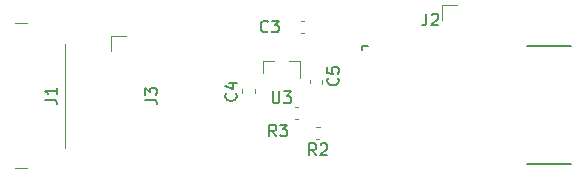
<source format=gto>
G04 #@! TF.GenerationSoftware,KiCad,Pcbnew,(5.0.1)-3*
G04 #@! TF.CreationDate,2018-12-01T20:49:26+09:00*
G04 #@! TF.ProjectId,comet46,636F6D657434362E6B696361645F7063,rev?*
G04 #@! TF.SameCoordinates,PX2faf080PY2faf080*
G04 #@! TF.FileFunction,Legend,Top*
G04 #@! TF.FilePolarity,Positive*
%FSLAX46Y46*%
G04 Gerber Fmt 4.6, Leading zero omitted, Abs format (unit mm)*
G04 Created by KiCad (PCBNEW (5.0.1)-3) date 2018/12/01 20:49:26*
%MOMM*%
%LPD*%
G01*
G04 APERTURE LIST*
%ADD10C,0.120000*%
%ADD11C,0.150000*%
%ADD12R,2.100000X2.100000*%
%ADD13O,2.100000X2.100000*%
%ADD14C,2.100000*%
%ADD15R,1.200000X1.300000*%
%ADD16R,2.000000X0.800000*%
%ADD17R,0.800000X2.000000*%
%ADD18C,0.100000*%
%ADD19C,1.350000*%
%ADD20C,1.930000*%
%ADD21C,2.330000*%
%ADD22O,3.900000X2.600000*%
%ADD23C,1.400000*%
%ADD24C,0.900000*%
G04 APERTURE END LIST*
D10*
G04 #@! TO.C,J2*
X36210000Y-330000D02*
X36210000Y-1600000D01*
X36210000Y-330000D02*
X37480000Y-330000D01*
G04 #@! TO.C,U3*
X24180000Y-5040000D02*
X24180000Y-6500000D01*
X21020000Y-5040000D02*
X21020000Y-7200000D01*
X21020000Y-5040000D02*
X21950000Y-5040000D01*
X24180000Y-5040000D02*
X23250000Y-5040000D01*
D11*
G04 #@! TO.C,U1*
X29900000Y-3800000D02*
X29400000Y-3800000D01*
X47100000Y-3800000D02*
X43400000Y-3800000D01*
X29400000Y-3800000D02*
X29400000Y-4100000D01*
X43400000Y-13800000D02*
X47100000Y-13800000D01*
D10*
G04 #@! TO.C,R2*
X25528733Y-11710000D02*
X25871267Y-11710000D01*
X25528733Y-10690000D02*
X25871267Y-10690000D01*
G04 #@! TO.C,C3*
X24228733Y-1690000D02*
X24571267Y-1690000D01*
X24228733Y-2710000D02*
X24571267Y-2710000D01*
G04 #@! TO.C,C4*
X19290000Y-7821267D02*
X19290000Y-7478733D01*
X20310000Y-7821267D02*
X20310000Y-7478733D01*
G04 #@! TO.C,C5*
X24990000Y-7021267D02*
X24990000Y-6678733D01*
X26010000Y-7021267D02*
X26010000Y-6678733D01*
G04 #@! TO.C,J3*
X8130000Y-2930000D02*
X9400000Y-2930000D01*
X8130000Y-4200000D02*
X8130000Y-2930000D01*
G04 #@! TO.C,J1*
X4220000Y-12400000D02*
X4220000Y-3600000D01*
X1050000Y-14145000D02*
X0Y-14145000D01*
X1050000Y-1855000D02*
X0Y-1855000D01*
G04 #@! TO.C,R3*
X24071267Y-10010000D02*
X23728733Y-10010000D01*
X24071267Y-8990000D02*
X23728733Y-8990000D01*
G04 #@! TO.C,J2*
D11*
X34866666Y-1052380D02*
X34866666Y-1766666D01*
X34819047Y-1909523D01*
X34723809Y-2004761D01*
X34580952Y-2052380D01*
X34485714Y-2052380D01*
X35295238Y-1147619D02*
X35342857Y-1100000D01*
X35438095Y-1052380D01*
X35676190Y-1052380D01*
X35771428Y-1100000D01*
X35819047Y-1147619D01*
X35866666Y-1242857D01*
X35866666Y-1338095D01*
X35819047Y-1480952D01*
X35247619Y-2052380D01*
X35866666Y-2052380D01*
G04 #@! TO.C,U3*
X21838095Y-7652380D02*
X21838095Y-8461904D01*
X21885714Y-8557142D01*
X21933333Y-8604761D01*
X22028571Y-8652380D01*
X22219047Y-8652380D01*
X22314285Y-8604761D01*
X22361904Y-8557142D01*
X22409523Y-8461904D01*
X22409523Y-7652380D01*
X22790476Y-7652380D02*
X23409523Y-7652380D01*
X23076190Y-8033333D01*
X23219047Y-8033333D01*
X23314285Y-8080952D01*
X23361904Y-8128571D01*
X23409523Y-8223809D01*
X23409523Y-8461904D01*
X23361904Y-8557142D01*
X23314285Y-8604761D01*
X23219047Y-8652380D01*
X22933333Y-8652380D01*
X22838095Y-8604761D01*
X22790476Y-8557142D01*
G04 #@! TO.C,R2*
X25533333Y-13052380D02*
X25200000Y-12576190D01*
X24961904Y-13052380D02*
X24961904Y-12052380D01*
X25342857Y-12052380D01*
X25438095Y-12100000D01*
X25485714Y-12147619D01*
X25533333Y-12242857D01*
X25533333Y-12385714D01*
X25485714Y-12480952D01*
X25438095Y-12528571D01*
X25342857Y-12576190D01*
X24961904Y-12576190D01*
X25914285Y-12147619D02*
X25961904Y-12100000D01*
X26057142Y-12052380D01*
X26295238Y-12052380D01*
X26390476Y-12100000D01*
X26438095Y-12147619D01*
X26485714Y-12242857D01*
X26485714Y-12338095D01*
X26438095Y-12480952D01*
X25866666Y-13052380D01*
X26485714Y-13052380D01*
G04 #@! TO.C,C3*
X21433333Y-2557142D02*
X21385714Y-2604761D01*
X21242857Y-2652380D01*
X21147619Y-2652380D01*
X21004761Y-2604761D01*
X20909523Y-2509523D01*
X20861904Y-2414285D01*
X20814285Y-2223809D01*
X20814285Y-2080952D01*
X20861904Y-1890476D01*
X20909523Y-1795238D01*
X21004761Y-1700000D01*
X21147619Y-1652380D01*
X21242857Y-1652380D01*
X21385714Y-1700000D01*
X21433333Y-1747619D01*
X21766666Y-1652380D02*
X22385714Y-1652380D01*
X22052380Y-2033333D01*
X22195238Y-2033333D01*
X22290476Y-2080952D01*
X22338095Y-2128571D01*
X22385714Y-2223809D01*
X22385714Y-2461904D01*
X22338095Y-2557142D01*
X22290476Y-2604761D01*
X22195238Y-2652380D01*
X21909523Y-2652380D01*
X21814285Y-2604761D01*
X21766666Y-2557142D01*
G04 #@! TO.C,C4*
X18727142Y-7816666D02*
X18774761Y-7864285D01*
X18822380Y-8007142D01*
X18822380Y-8102380D01*
X18774761Y-8245238D01*
X18679523Y-8340476D01*
X18584285Y-8388095D01*
X18393809Y-8435714D01*
X18250952Y-8435714D01*
X18060476Y-8388095D01*
X17965238Y-8340476D01*
X17870000Y-8245238D01*
X17822380Y-8102380D01*
X17822380Y-8007142D01*
X17870000Y-7864285D01*
X17917619Y-7816666D01*
X18155714Y-6959523D02*
X18822380Y-6959523D01*
X17774761Y-7197619D02*
X18489047Y-7435714D01*
X18489047Y-6816666D01*
G04 #@! TO.C,C5*
X27357142Y-6516666D02*
X27404761Y-6564285D01*
X27452380Y-6707142D01*
X27452380Y-6802380D01*
X27404761Y-6945238D01*
X27309523Y-7040476D01*
X27214285Y-7088095D01*
X27023809Y-7135714D01*
X26880952Y-7135714D01*
X26690476Y-7088095D01*
X26595238Y-7040476D01*
X26500000Y-6945238D01*
X26452380Y-6802380D01*
X26452380Y-6707142D01*
X26500000Y-6564285D01*
X26547619Y-6516666D01*
X26452380Y-5611904D02*
X26452380Y-6088095D01*
X26928571Y-6135714D01*
X26880952Y-6088095D01*
X26833333Y-5992857D01*
X26833333Y-5754761D01*
X26880952Y-5659523D01*
X26928571Y-5611904D01*
X27023809Y-5564285D01*
X27261904Y-5564285D01*
X27357142Y-5611904D01*
X27404761Y-5659523D01*
X27452380Y-5754761D01*
X27452380Y-5992857D01*
X27404761Y-6088095D01*
X27357142Y-6135714D01*
G04 #@! TO.C,J3*
X11052380Y-8333333D02*
X11766666Y-8333333D01*
X11909523Y-8380952D01*
X12004761Y-8476190D01*
X12052380Y-8619047D01*
X12052380Y-8714285D01*
X11052380Y-7952380D02*
X11052380Y-7333333D01*
X11433333Y-7666666D01*
X11433333Y-7523809D01*
X11480952Y-7428571D01*
X11528571Y-7380952D01*
X11623809Y-7333333D01*
X11861904Y-7333333D01*
X11957142Y-7380952D01*
X12004761Y-7428571D01*
X12052380Y-7523809D01*
X12052380Y-7809523D01*
X12004761Y-7904761D01*
X11957142Y-7952380D01*
G04 #@! TO.C,J1*
X2552380Y-8333333D02*
X3266666Y-8333333D01*
X3409523Y-8380952D01*
X3504761Y-8476190D01*
X3552380Y-8619047D01*
X3552380Y-8714285D01*
X3552380Y-7333333D02*
X3552380Y-7904761D01*
X3552380Y-7619047D02*
X2552380Y-7619047D01*
X2695238Y-7714285D01*
X2790476Y-7809523D01*
X2838095Y-7904761D01*
G04 #@! TO.C,R3*
X22133333Y-11452380D02*
X21800000Y-10976190D01*
X21561904Y-11452380D02*
X21561904Y-10452380D01*
X21942857Y-10452380D01*
X22038095Y-10500000D01*
X22085714Y-10547619D01*
X22133333Y-10642857D01*
X22133333Y-10785714D01*
X22085714Y-10880952D01*
X22038095Y-10928571D01*
X21942857Y-10976190D01*
X21561904Y-10976190D01*
X22466666Y-10452380D02*
X23085714Y-10452380D01*
X22752380Y-10833333D01*
X22895238Y-10833333D01*
X22990476Y-10880952D01*
X23038095Y-10928571D01*
X23085714Y-11023809D01*
X23085714Y-11261904D01*
X23038095Y-11357142D01*
X22990476Y-11404761D01*
X22895238Y-11452380D01*
X22609523Y-11452380D01*
X22514285Y-11404761D01*
X22466666Y-11357142D01*
G04 #@! TD*
%LPC*%
D12*
G04 #@! TO.C,J2*
X37480000Y-1600000D03*
D13*
X40020000Y-1600000D03*
X42560000Y-1600000D03*
D14*
X45100000Y-1600000D03*
G04 #@! TD*
D15*
G04 #@! TO.C,U3*
X22600000Y-4800000D03*
X23550000Y-6800000D03*
X21650000Y-6800000D03*
G04 #@! TD*
D16*
G04 #@! TO.C,U1*
X29700000Y-6000000D03*
D17*
X42400000Y-4100000D03*
X41700000Y-4100000D03*
X37500000Y-4100000D03*
X36800000Y-4100000D03*
X36100000Y-4100000D03*
X35400000Y-4100000D03*
X34700000Y-4100000D03*
X34000000Y-4100000D03*
X33300000Y-4100000D03*
X32600000Y-4100000D03*
X31900000Y-4100000D03*
X31200000Y-4100000D03*
D16*
X29700000Y-4600000D03*
X29700000Y-5300000D03*
X29700000Y-6700000D03*
X29700000Y-7400000D03*
X29700000Y-8100000D03*
X29700000Y-8800000D03*
X29700000Y-9500000D03*
X29700000Y-10200000D03*
X29700000Y-10900000D03*
X29700000Y-11600000D03*
X29700000Y-12300000D03*
X29700000Y-13000000D03*
D17*
X31200000Y-13500000D03*
X31900000Y-13500000D03*
X32600000Y-13500000D03*
X33300000Y-13500000D03*
X34000000Y-13500000D03*
X34700000Y-13500000D03*
X35400000Y-13500000D03*
X36100000Y-13500000D03*
X36800000Y-13500000D03*
X37500000Y-13500000D03*
X38200000Y-13500000D03*
X38900000Y-13500000D03*
X39600000Y-13500000D03*
X40300000Y-13500000D03*
X41000000Y-13500000D03*
X41700000Y-13500000D03*
X42400000Y-13500000D03*
G04 #@! TD*
D18*
G04 #@! TO.C,R2*
G36*
X26995581Y-10526625D02*
X27028343Y-10531485D01*
X27060471Y-10539533D01*
X27091656Y-10550691D01*
X27121596Y-10564852D01*
X27150005Y-10581879D01*
X27176608Y-10601609D01*
X27201149Y-10623851D01*
X27223391Y-10648392D01*
X27243121Y-10674995D01*
X27260148Y-10703404D01*
X27274309Y-10733344D01*
X27285467Y-10764529D01*
X27293515Y-10796657D01*
X27298375Y-10829419D01*
X27300000Y-10862500D01*
X27300000Y-11537500D01*
X27298375Y-11570581D01*
X27293515Y-11603343D01*
X27285467Y-11635471D01*
X27274309Y-11666656D01*
X27260148Y-11696596D01*
X27243121Y-11725005D01*
X27223391Y-11751608D01*
X27201149Y-11776149D01*
X27176608Y-11798391D01*
X27150005Y-11818121D01*
X27121596Y-11835148D01*
X27091656Y-11849309D01*
X27060471Y-11860467D01*
X27028343Y-11868515D01*
X26995581Y-11873375D01*
X26962500Y-11875000D01*
X26187500Y-11875000D01*
X26154419Y-11873375D01*
X26121657Y-11868515D01*
X26089529Y-11860467D01*
X26058344Y-11849309D01*
X26028404Y-11835148D01*
X25999995Y-11818121D01*
X25973392Y-11798391D01*
X25948851Y-11776149D01*
X25926609Y-11751608D01*
X25906879Y-11725005D01*
X25889852Y-11696596D01*
X25875691Y-11666656D01*
X25864533Y-11635471D01*
X25856485Y-11603343D01*
X25851625Y-11570581D01*
X25850000Y-11537500D01*
X25850000Y-10862500D01*
X25851625Y-10829419D01*
X25856485Y-10796657D01*
X25864533Y-10764529D01*
X25875691Y-10733344D01*
X25889852Y-10703404D01*
X25906879Y-10674995D01*
X25926609Y-10648392D01*
X25948851Y-10623851D01*
X25973392Y-10601609D01*
X25999995Y-10581879D01*
X26028404Y-10564852D01*
X26058344Y-10550691D01*
X26089529Y-10539533D01*
X26121657Y-10531485D01*
X26154419Y-10526625D01*
X26187500Y-10525000D01*
X26962500Y-10525000D01*
X26995581Y-10526625D01*
X26995581Y-10526625D01*
G37*
D19*
X26575000Y-11200000D03*
D18*
G36*
X25245581Y-10526625D02*
X25278343Y-10531485D01*
X25310471Y-10539533D01*
X25341656Y-10550691D01*
X25371596Y-10564852D01*
X25400005Y-10581879D01*
X25426608Y-10601609D01*
X25451149Y-10623851D01*
X25473391Y-10648392D01*
X25493121Y-10674995D01*
X25510148Y-10703404D01*
X25524309Y-10733344D01*
X25535467Y-10764529D01*
X25543515Y-10796657D01*
X25548375Y-10829419D01*
X25550000Y-10862500D01*
X25550000Y-11537500D01*
X25548375Y-11570581D01*
X25543515Y-11603343D01*
X25535467Y-11635471D01*
X25524309Y-11666656D01*
X25510148Y-11696596D01*
X25493121Y-11725005D01*
X25473391Y-11751608D01*
X25451149Y-11776149D01*
X25426608Y-11798391D01*
X25400005Y-11818121D01*
X25371596Y-11835148D01*
X25341656Y-11849309D01*
X25310471Y-11860467D01*
X25278343Y-11868515D01*
X25245581Y-11873375D01*
X25212500Y-11875000D01*
X24437500Y-11875000D01*
X24404419Y-11873375D01*
X24371657Y-11868515D01*
X24339529Y-11860467D01*
X24308344Y-11849309D01*
X24278404Y-11835148D01*
X24249995Y-11818121D01*
X24223392Y-11798391D01*
X24198851Y-11776149D01*
X24176609Y-11751608D01*
X24156879Y-11725005D01*
X24139852Y-11696596D01*
X24125691Y-11666656D01*
X24114533Y-11635471D01*
X24106485Y-11603343D01*
X24101625Y-11570581D01*
X24100000Y-11537500D01*
X24100000Y-10862500D01*
X24101625Y-10829419D01*
X24106485Y-10796657D01*
X24114533Y-10764529D01*
X24125691Y-10733344D01*
X24139852Y-10703404D01*
X24156879Y-10674995D01*
X24176609Y-10648392D01*
X24198851Y-10623851D01*
X24223392Y-10601609D01*
X24249995Y-10581879D01*
X24278404Y-10564852D01*
X24308344Y-10550691D01*
X24339529Y-10539533D01*
X24371657Y-10531485D01*
X24404419Y-10526625D01*
X24437500Y-10525000D01*
X25212500Y-10525000D01*
X25245581Y-10526625D01*
X25245581Y-10526625D01*
G37*
D19*
X24825000Y-11200000D03*
G04 #@! TD*
D18*
G04 #@! TO.C,C3*
G36*
X23945581Y-1526625D02*
X23978343Y-1531485D01*
X24010471Y-1539533D01*
X24041656Y-1550691D01*
X24071596Y-1564852D01*
X24100005Y-1581879D01*
X24126608Y-1601609D01*
X24151149Y-1623851D01*
X24173391Y-1648392D01*
X24193121Y-1674995D01*
X24210148Y-1703404D01*
X24224309Y-1733344D01*
X24235467Y-1764529D01*
X24243515Y-1796657D01*
X24248375Y-1829419D01*
X24250000Y-1862500D01*
X24250000Y-2537500D01*
X24248375Y-2570581D01*
X24243515Y-2603343D01*
X24235467Y-2635471D01*
X24224309Y-2666656D01*
X24210148Y-2696596D01*
X24193121Y-2725005D01*
X24173391Y-2751608D01*
X24151149Y-2776149D01*
X24126608Y-2798391D01*
X24100005Y-2818121D01*
X24071596Y-2835148D01*
X24041656Y-2849309D01*
X24010471Y-2860467D01*
X23978343Y-2868515D01*
X23945581Y-2873375D01*
X23912500Y-2875000D01*
X23137500Y-2875000D01*
X23104419Y-2873375D01*
X23071657Y-2868515D01*
X23039529Y-2860467D01*
X23008344Y-2849309D01*
X22978404Y-2835148D01*
X22949995Y-2818121D01*
X22923392Y-2798391D01*
X22898851Y-2776149D01*
X22876609Y-2751608D01*
X22856879Y-2725005D01*
X22839852Y-2696596D01*
X22825691Y-2666656D01*
X22814533Y-2635471D01*
X22806485Y-2603343D01*
X22801625Y-2570581D01*
X22800000Y-2537500D01*
X22800000Y-1862500D01*
X22801625Y-1829419D01*
X22806485Y-1796657D01*
X22814533Y-1764529D01*
X22825691Y-1733344D01*
X22839852Y-1703404D01*
X22856879Y-1674995D01*
X22876609Y-1648392D01*
X22898851Y-1623851D01*
X22923392Y-1601609D01*
X22949995Y-1581879D01*
X22978404Y-1564852D01*
X23008344Y-1550691D01*
X23039529Y-1539533D01*
X23071657Y-1531485D01*
X23104419Y-1526625D01*
X23137500Y-1525000D01*
X23912500Y-1525000D01*
X23945581Y-1526625D01*
X23945581Y-1526625D01*
G37*
D19*
X23525000Y-2200000D03*
D18*
G36*
X25695581Y-1526625D02*
X25728343Y-1531485D01*
X25760471Y-1539533D01*
X25791656Y-1550691D01*
X25821596Y-1564852D01*
X25850005Y-1581879D01*
X25876608Y-1601609D01*
X25901149Y-1623851D01*
X25923391Y-1648392D01*
X25943121Y-1674995D01*
X25960148Y-1703404D01*
X25974309Y-1733344D01*
X25985467Y-1764529D01*
X25993515Y-1796657D01*
X25998375Y-1829419D01*
X26000000Y-1862500D01*
X26000000Y-2537500D01*
X25998375Y-2570581D01*
X25993515Y-2603343D01*
X25985467Y-2635471D01*
X25974309Y-2666656D01*
X25960148Y-2696596D01*
X25943121Y-2725005D01*
X25923391Y-2751608D01*
X25901149Y-2776149D01*
X25876608Y-2798391D01*
X25850005Y-2818121D01*
X25821596Y-2835148D01*
X25791656Y-2849309D01*
X25760471Y-2860467D01*
X25728343Y-2868515D01*
X25695581Y-2873375D01*
X25662500Y-2875000D01*
X24887500Y-2875000D01*
X24854419Y-2873375D01*
X24821657Y-2868515D01*
X24789529Y-2860467D01*
X24758344Y-2849309D01*
X24728404Y-2835148D01*
X24699995Y-2818121D01*
X24673392Y-2798391D01*
X24648851Y-2776149D01*
X24626609Y-2751608D01*
X24606879Y-2725005D01*
X24589852Y-2696596D01*
X24575691Y-2666656D01*
X24564533Y-2635471D01*
X24556485Y-2603343D01*
X24551625Y-2570581D01*
X24550000Y-2537500D01*
X24550000Y-1862500D01*
X24551625Y-1829419D01*
X24556485Y-1796657D01*
X24564533Y-1764529D01*
X24575691Y-1733344D01*
X24589852Y-1703404D01*
X24606879Y-1674995D01*
X24626609Y-1648392D01*
X24648851Y-1623851D01*
X24673392Y-1601609D01*
X24699995Y-1581879D01*
X24728404Y-1564852D01*
X24758344Y-1550691D01*
X24789529Y-1539533D01*
X24821657Y-1531485D01*
X24854419Y-1526625D01*
X24887500Y-1525000D01*
X25662500Y-1525000D01*
X25695581Y-1526625D01*
X25695581Y-1526625D01*
G37*
D19*
X25275000Y-2200000D03*
G04 #@! TD*
D18*
G04 #@! TO.C,C4*
G36*
X20170581Y-7801625D02*
X20203343Y-7806485D01*
X20235471Y-7814533D01*
X20266656Y-7825691D01*
X20296596Y-7839852D01*
X20325005Y-7856879D01*
X20351608Y-7876609D01*
X20376149Y-7898851D01*
X20398391Y-7923392D01*
X20418121Y-7949995D01*
X20435148Y-7978404D01*
X20449309Y-8008344D01*
X20460467Y-8039529D01*
X20468515Y-8071657D01*
X20473375Y-8104419D01*
X20475000Y-8137500D01*
X20475000Y-8912500D01*
X20473375Y-8945581D01*
X20468515Y-8978343D01*
X20460467Y-9010471D01*
X20449309Y-9041656D01*
X20435148Y-9071596D01*
X20418121Y-9100005D01*
X20398391Y-9126608D01*
X20376149Y-9151149D01*
X20351608Y-9173391D01*
X20325005Y-9193121D01*
X20296596Y-9210148D01*
X20266656Y-9224309D01*
X20235471Y-9235467D01*
X20203343Y-9243515D01*
X20170581Y-9248375D01*
X20137500Y-9250000D01*
X19462500Y-9250000D01*
X19429419Y-9248375D01*
X19396657Y-9243515D01*
X19364529Y-9235467D01*
X19333344Y-9224309D01*
X19303404Y-9210148D01*
X19274995Y-9193121D01*
X19248392Y-9173391D01*
X19223851Y-9151149D01*
X19201609Y-9126608D01*
X19181879Y-9100005D01*
X19164852Y-9071596D01*
X19150691Y-9041656D01*
X19139533Y-9010471D01*
X19131485Y-8978343D01*
X19126625Y-8945581D01*
X19125000Y-8912500D01*
X19125000Y-8137500D01*
X19126625Y-8104419D01*
X19131485Y-8071657D01*
X19139533Y-8039529D01*
X19150691Y-8008344D01*
X19164852Y-7978404D01*
X19181879Y-7949995D01*
X19201609Y-7923392D01*
X19223851Y-7898851D01*
X19248392Y-7876609D01*
X19274995Y-7856879D01*
X19303404Y-7839852D01*
X19333344Y-7825691D01*
X19364529Y-7814533D01*
X19396657Y-7806485D01*
X19429419Y-7801625D01*
X19462500Y-7800000D01*
X20137500Y-7800000D01*
X20170581Y-7801625D01*
X20170581Y-7801625D01*
G37*
D19*
X19800000Y-8525000D03*
D18*
G36*
X20170581Y-6051625D02*
X20203343Y-6056485D01*
X20235471Y-6064533D01*
X20266656Y-6075691D01*
X20296596Y-6089852D01*
X20325005Y-6106879D01*
X20351608Y-6126609D01*
X20376149Y-6148851D01*
X20398391Y-6173392D01*
X20418121Y-6199995D01*
X20435148Y-6228404D01*
X20449309Y-6258344D01*
X20460467Y-6289529D01*
X20468515Y-6321657D01*
X20473375Y-6354419D01*
X20475000Y-6387500D01*
X20475000Y-7162500D01*
X20473375Y-7195581D01*
X20468515Y-7228343D01*
X20460467Y-7260471D01*
X20449309Y-7291656D01*
X20435148Y-7321596D01*
X20418121Y-7350005D01*
X20398391Y-7376608D01*
X20376149Y-7401149D01*
X20351608Y-7423391D01*
X20325005Y-7443121D01*
X20296596Y-7460148D01*
X20266656Y-7474309D01*
X20235471Y-7485467D01*
X20203343Y-7493515D01*
X20170581Y-7498375D01*
X20137500Y-7500000D01*
X19462500Y-7500000D01*
X19429419Y-7498375D01*
X19396657Y-7493515D01*
X19364529Y-7485467D01*
X19333344Y-7474309D01*
X19303404Y-7460148D01*
X19274995Y-7443121D01*
X19248392Y-7423391D01*
X19223851Y-7401149D01*
X19201609Y-7376608D01*
X19181879Y-7350005D01*
X19164852Y-7321596D01*
X19150691Y-7291656D01*
X19139533Y-7260471D01*
X19131485Y-7228343D01*
X19126625Y-7195581D01*
X19125000Y-7162500D01*
X19125000Y-6387500D01*
X19126625Y-6354419D01*
X19131485Y-6321657D01*
X19139533Y-6289529D01*
X19150691Y-6258344D01*
X19164852Y-6228404D01*
X19181879Y-6199995D01*
X19201609Y-6173392D01*
X19223851Y-6148851D01*
X19248392Y-6126609D01*
X19274995Y-6106879D01*
X19303404Y-6089852D01*
X19333344Y-6075691D01*
X19364529Y-6064533D01*
X19396657Y-6056485D01*
X19429419Y-6051625D01*
X19462500Y-6050000D01*
X20137500Y-6050000D01*
X20170581Y-6051625D01*
X20170581Y-6051625D01*
G37*
D19*
X19800000Y-6775000D03*
G04 #@! TD*
D18*
G04 #@! TO.C,C5*
G36*
X25870581Y-7001625D02*
X25903343Y-7006485D01*
X25935471Y-7014533D01*
X25966656Y-7025691D01*
X25996596Y-7039852D01*
X26025005Y-7056879D01*
X26051608Y-7076609D01*
X26076149Y-7098851D01*
X26098391Y-7123392D01*
X26118121Y-7149995D01*
X26135148Y-7178404D01*
X26149309Y-7208344D01*
X26160467Y-7239529D01*
X26168515Y-7271657D01*
X26173375Y-7304419D01*
X26175000Y-7337500D01*
X26175000Y-8112500D01*
X26173375Y-8145581D01*
X26168515Y-8178343D01*
X26160467Y-8210471D01*
X26149309Y-8241656D01*
X26135148Y-8271596D01*
X26118121Y-8300005D01*
X26098391Y-8326608D01*
X26076149Y-8351149D01*
X26051608Y-8373391D01*
X26025005Y-8393121D01*
X25996596Y-8410148D01*
X25966656Y-8424309D01*
X25935471Y-8435467D01*
X25903343Y-8443515D01*
X25870581Y-8448375D01*
X25837500Y-8450000D01*
X25162500Y-8450000D01*
X25129419Y-8448375D01*
X25096657Y-8443515D01*
X25064529Y-8435467D01*
X25033344Y-8424309D01*
X25003404Y-8410148D01*
X24974995Y-8393121D01*
X24948392Y-8373391D01*
X24923851Y-8351149D01*
X24901609Y-8326608D01*
X24881879Y-8300005D01*
X24864852Y-8271596D01*
X24850691Y-8241656D01*
X24839533Y-8210471D01*
X24831485Y-8178343D01*
X24826625Y-8145581D01*
X24825000Y-8112500D01*
X24825000Y-7337500D01*
X24826625Y-7304419D01*
X24831485Y-7271657D01*
X24839533Y-7239529D01*
X24850691Y-7208344D01*
X24864852Y-7178404D01*
X24881879Y-7149995D01*
X24901609Y-7123392D01*
X24923851Y-7098851D01*
X24948392Y-7076609D01*
X24974995Y-7056879D01*
X25003404Y-7039852D01*
X25033344Y-7025691D01*
X25064529Y-7014533D01*
X25096657Y-7006485D01*
X25129419Y-7001625D01*
X25162500Y-7000000D01*
X25837500Y-7000000D01*
X25870581Y-7001625D01*
X25870581Y-7001625D01*
G37*
D19*
X25500000Y-7725000D03*
D18*
G36*
X25870581Y-5251625D02*
X25903343Y-5256485D01*
X25935471Y-5264533D01*
X25966656Y-5275691D01*
X25996596Y-5289852D01*
X26025005Y-5306879D01*
X26051608Y-5326609D01*
X26076149Y-5348851D01*
X26098391Y-5373392D01*
X26118121Y-5399995D01*
X26135148Y-5428404D01*
X26149309Y-5458344D01*
X26160467Y-5489529D01*
X26168515Y-5521657D01*
X26173375Y-5554419D01*
X26175000Y-5587500D01*
X26175000Y-6362500D01*
X26173375Y-6395581D01*
X26168515Y-6428343D01*
X26160467Y-6460471D01*
X26149309Y-6491656D01*
X26135148Y-6521596D01*
X26118121Y-6550005D01*
X26098391Y-6576608D01*
X26076149Y-6601149D01*
X26051608Y-6623391D01*
X26025005Y-6643121D01*
X25996596Y-6660148D01*
X25966656Y-6674309D01*
X25935471Y-6685467D01*
X25903343Y-6693515D01*
X25870581Y-6698375D01*
X25837500Y-6700000D01*
X25162500Y-6700000D01*
X25129419Y-6698375D01*
X25096657Y-6693515D01*
X25064529Y-6685467D01*
X25033344Y-6674309D01*
X25003404Y-6660148D01*
X24974995Y-6643121D01*
X24948392Y-6623391D01*
X24923851Y-6601149D01*
X24901609Y-6576608D01*
X24881879Y-6550005D01*
X24864852Y-6521596D01*
X24850691Y-6491656D01*
X24839533Y-6460471D01*
X24831485Y-6428343D01*
X24826625Y-6395581D01*
X24825000Y-6362500D01*
X24825000Y-5587500D01*
X24826625Y-5554419D01*
X24831485Y-5521657D01*
X24839533Y-5489529D01*
X24850691Y-5458344D01*
X24864852Y-5428404D01*
X24881879Y-5399995D01*
X24901609Y-5373392D01*
X24923851Y-5348851D01*
X24948392Y-5326609D01*
X24974995Y-5306879D01*
X25003404Y-5289852D01*
X25033344Y-5275691D01*
X25064529Y-5264533D01*
X25096657Y-5256485D01*
X25129419Y-5251625D01*
X25162500Y-5250000D01*
X25837500Y-5250000D01*
X25870581Y-5251625D01*
X25870581Y-5251625D01*
G37*
D19*
X25500000Y-5975000D03*
G04 #@! TD*
D12*
G04 #@! TO.C,J3*
X9400000Y-11820000D03*
D13*
X9400000Y-9280000D03*
X9400000Y-6740000D03*
D14*
X9400000Y-4200000D03*
G04 #@! TD*
D20*
G04 #@! TO.C,J1*
X5850000Y-9000000D03*
X5850000Y-7000000D03*
D21*
X5850000Y-11500000D03*
X5850000Y-4500000D03*
D22*
X3100000Y-13850000D03*
X3100000Y-2150000D03*
D23*
X3100000Y-10250000D03*
X3100000Y-5750000D03*
G04 #@! TD*
D18*
G04 #@! TO.C,R3*
G36*
X25195581Y-8826625D02*
X25228343Y-8831485D01*
X25260471Y-8839533D01*
X25291656Y-8850691D01*
X25321596Y-8864852D01*
X25350005Y-8881879D01*
X25376608Y-8901609D01*
X25401149Y-8923851D01*
X25423391Y-8948392D01*
X25443121Y-8974995D01*
X25460148Y-9003404D01*
X25474309Y-9033344D01*
X25485467Y-9064529D01*
X25493515Y-9096657D01*
X25498375Y-9129419D01*
X25500000Y-9162500D01*
X25500000Y-9837500D01*
X25498375Y-9870581D01*
X25493515Y-9903343D01*
X25485467Y-9935471D01*
X25474309Y-9966656D01*
X25460148Y-9996596D01*
X25443121Y-10025005D01*
X25423391Y-10051608D01*
X25401149Y-10076149D01*
X25376608Y-10098391D01*
X25350005Y-10118121D01*
X25321596Y-10135148D01*
X25291656Y-10149309D01*
X25260471Y-10160467D01*
X25228343Y-10168515D01*
X25195581Y-10173375D01*
X25162500Y-10175000D01*
X24387500Y-10175000D01*
X24354419Y-10173375D01*
X24321657Y-10168515D01*
X24289529Y-10160467D01*
X24258344Y-10149309D01*
X24228404Y-10135148D01*
X24199995Y-10118121D01*
X24173392Y-10098391D01*
X24148851Y-10076149D01*
X24126609Y-10051608D01*
X24106879Y-10025005D01*
X24089852Y-9996596D01*
X24075691Y-9966656D01*
X24064533Y-9935471D01*
X24056485Y-9903343D01*
X24051625Y-9870581D01*
X24050000Y-9837500D01*
X24050000Y-9162500D01*
X24051625Y-9129419D01*
X24056485Y-9096657D01*
X24064533Y-9064529D01*
X24075691Y-9033344D01*
X24089852Y-9003404D01*
X24106879Y-8974995D01*
X24126609Y-8948392D01*
X24148851Y-8923851D01*
X24173392Y-8901609D01*
X24199995Y-8881879D01*
X24228404Y-8864852D01*
X24258344Y-8850691D01*
X24289529Y-8839533D01*
X24321657Y-8831485D01*
X24354419Y-8826625D01*
X24387500Y-8825000D01*
X25162500Y-8825000D01*
X25195581Y-8826625D01*
X25195581Y-8826625D01*
G37*
D19*
X24775000Y-9500000D03*
D18*
G36*
X23445581Y-8826625D02*
X23478343Y-8831485D01*
X23510471Y-8839533D01*
X23541656Y-8850691D01*
X23571596Y-8864852D01*
X23600005Y-8881879D01*
X23626608Y-8901609D01*
X23651149Y-8923851D01*
X23673391Y-8948392D01*
X23693121Y-8974995D01*
X23710148Y-9003404D01*
X23724309Y-9033344D01*
X23735467Y-9064529D01*
X23743515Y-9096657D01*
X23748375Y-9129419D01*
X23750000Y-9162500D01*
X23750000Y-9837500D01*
X23748375Y-9870581D01*
X23743515Y-9903343D01*
X23735467Y-9935471D01*
X23724309Y-9966656D01*
X23710148Y-9996596D01*
X23693121Y-10025005D01*
X23673391Y-10051608D01*
X23651149Y-10076149D01*
X23626608Y-10098391D01*
X23600005Y-10118121D01*
X23571596Y-10135148D01*
X23541656Y-10149309D01*
X23510471Y-10160467D01*
X23478343Y-10168515D01*
X23445581Y-10173375D01*
X23412500Y-10175000D01*
X22637500Y-10175000D01*
X22604419Y-10173375D01*
X22571657Y-10168515D01*
X22539529Y-10160467D01*
X22508344Y-10149309D01*
X22478404Y-10135148D01*
X22449995Y-10118121D01*
X22423392Y-10098391D01*
X22398851Y-10076149D01*
X22376609Y-10051608D01*
X22356879Y-10025005D01*
X22339852Y-9996596D01*
X22325691Y-9966656D01*
X22314533Y-9935471D01*
X22306485Y-9903343D01*
X22301625Y-9870581D01*
X22300000Y-9837500D01*
X22300000Y-9162500D01*
X22301625Y-9129419D01*
X22306485Y-9096657D01*
X22314533Y-9064529D01*
X22325691Y-9033344D01*
X22339852Y-9003404D01*
X22356879Y-8974995D01*
X22376609Y-8948392D01*
X22398851Y-8923851D01*
X22423392Y-8901609D01*
X22449995Y-8881879D01*
X22478404Y-8864852D01*
X22508344Y-8850691D01*
X22539529Y-8839533D01*
X22571657Y-8831485D01*
X22604419Y-8826625D01*
X22637500Y-8825000D01*
X23412500Y-8825000D01*
X23445581Y-8826625D01*
X23445581Y-8826625D01*
G37*
D19*
X23025000Y-9500000D03*
G04 #@! TD*
D24*
X27500000Y-12300000D03*
X14000000Y-15100000D03*
X14000000Y-15100000D03*
X14000000Y-10700000D03*
X25300000Y-800000D03*
X40450000Y-14900000D03*
X40500000Y-11200000D03*
X32200000Y-8200000D03*
X17800000Y-13875000D03*
X32400000Y-11600000D03*
X39800000Y-5600004D03*
X25200114Y-3600000D03*
X29600022Y-3049978D03*
X19800000Y-9600000D03*
X19800006Y-5000000D03*
X27800000Y-11200000D03*
X27100000Y-7950000D03*
X13700000Y-7900000D03*
X30150000Y-14000000D03*
X29250000Y-13799990D03*
X14050000Y-6300000D03*
X20650000Y-3800000D03*
X23500000Y-3600000D03*
M02*

</source>
